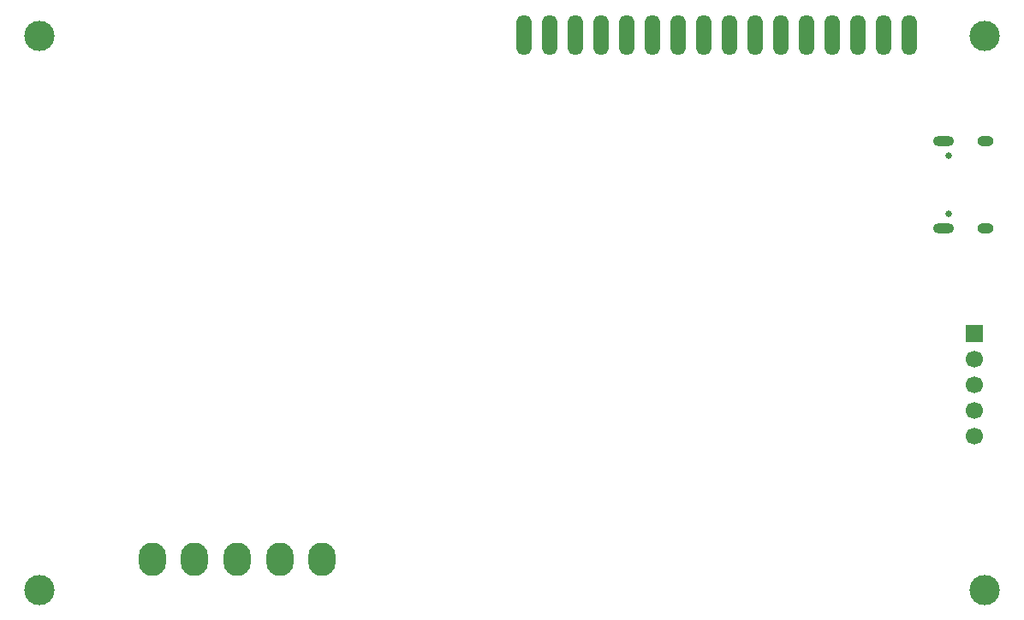
<source format=gbs>
G04 #@! TF.GenerationSoftware,KiCad,Pcbnew,9.0.2*
G04 #@! TF.CreationDate,2025-07-11T13:16:32+02:00*
G04 #@! TF.ProjectId,TeslaBMBCheck,5465736c-6142-44d4-9243-6865636b2e6b,1.0*
G04 #@! TF.SameCoordinates,Original*
G04 #@! TF.FileFunction,Soldermask,Bot*
G04 #@! TF.FilePolarity,Negative*
%FSLAX46Y46*%
G04 Gerber Fmt 4.6, Leading zero omitted, Abs format (unit mm)*
G04 Created by KiCad (PCBNEW 9.0.2) date 2025-07-11 13:16:32*
%MOMM*%
%LPD*%
G01*
G04 APERTURE LIST*
%ADD10C,3.000000*%
%ADD11O,2.700000X3.300000*%
%ADD12R,1.700000X1.700000*%
%ADD13C,1.700000*%
%ADD14C,0.650000*%
%ADD15O,2.100000X1.000000*%
%ADD16O,1.600000X1.000000*%
%ADD17O,1.501140X4.000500*%
G04 APERTURE END LIST*
D10*
X78232000Y-105156000D03*
X171704000Y-50292000D03*
D11*
X89372000Y-102108000D03*
X93572000Y-102108000D03*
X97772000Y-102108000D03*
X101972000Y-102108000D03*
X106172000Y-102108000D03*
D10*
X78232000Y-50292000D03*
X171704000Y-105156000D03*
D12*
X170688000Y-79756000D03*
D13*
X170688000Y-82296000D03*
X170688000Y-84836000D03*
X170688000Y-87376000D03*
X170688000Y-89916000D03*
D14*
X168142000Y-67914000D03*
X168142000Y-62134000D03*
D15*
X167612000Y-69344000D03*
D16*
X171792000Y-69344000D03*
D15*
X167612000Y-60704000D03*
D16*
X171792000Y-60704000D03*
D17*
X164273800Y-50205860D03*
X161733800Y-50205860D03*
X159193800Y-50205860D03*
X156653800Y-50205860D03*
X154113800Y-50205860D03*
X151573800Y-50205860D03*
X149033800Y-50205860D03*
X146493800Y-50205860D03*
X143953800Y-50205860D03*
X141413800Y-50205860D03*
X138873800Y-50205860D03*
X136333800Y-50205860D03*
X133793800Y-50205860D03*
X131253800Y-50205860D03*
X128713800Y-50205860D03*
X126173800Y-50205860D03*
M02*

</source>
